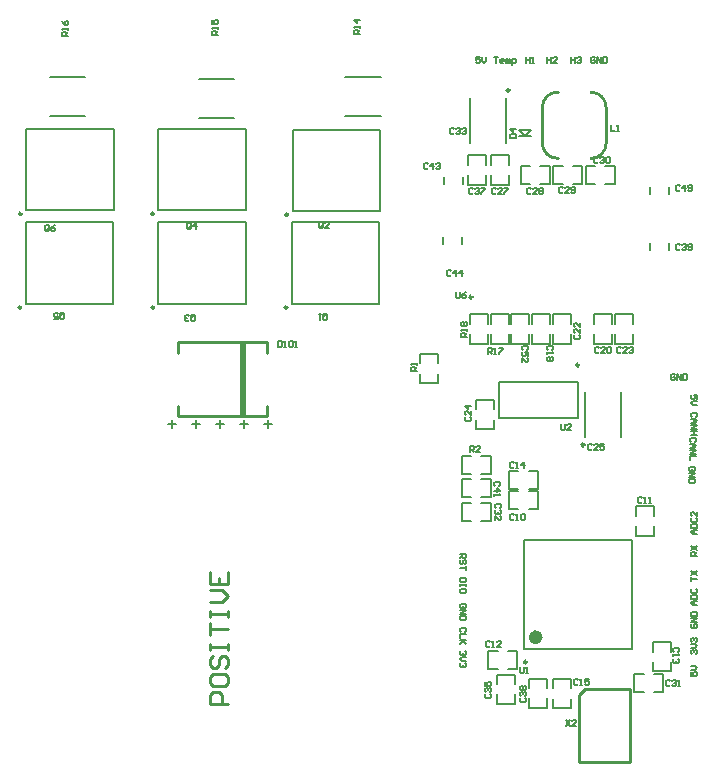
<source format=gto>
G04*
G04 #@! TF.GenerationSoftware,Altium Limited,Altium Designer,19.1.8 (144)*
G04*
G04 Layer_Color=65535*
%FSLAX25Y25*%
%MOIN*%
G70*
G01*
G75*
%ADD10C,0.01000*%
%ADD11C,0.00984*%
%ADD12C,0.02362*%
%ADD13C,0.00787*%
%ADD14C,0.00700*%
%ADD15C,0.00500*%
%ADD16R,0.01968X0.25197*%
D10*
X-226378Y-53150D02*
G03*
X-226378Y-53150I-394J0D01*
G01*
X-226575Y-84350D02*
G03*
X-226575Y-84350I-394J0D01*
G01*
X-182283Y-53150D02*
G03*
X-182283Y-53150I-394J0D01*
G01*
X-182283Y-84350D02*
G03*
X-182283Y-84350I-394J0D01*
G01*
X-137598Y-53445D02*
G03*
X-137598Y-53445I-394J0D01*
G01*
X-137795Y-84350D02*
G03*
X-137795Y-84350I-394J0D01*
G01*
X-52756Y-29646D02*
G03*
X-47756Y-34646I5000J0D01*
G01*
Y-12598D02*
G03*
X-52756Y-17598I0J-5000D01*
G01*
X-36496Y-34646D02*
G03*
X-31496Y-29646I0J5000D01*
G01*
Y-17598D02*
G03*
X-36496Y-12598I-5000J0D01*
G01*
X-23622Y-235827D02*
Y-211417D01*
X-40551Y-235827D02*
X-23622D01*
X-40551D02*
Y-213386D01*
X-38583Y-211417D01*
X-23622D01*
X-47756Y-34646D02*
X-47638D01*
X-52756Y-29646D02*
Y-17598D01*
X-47756Y-12598D02*
X-47638D01*
X-36614Y-34646D02*
X-36496D01*
X-31496Y-29646D02*
Y-17598D01*
X-36614Y-12598D02*
X-36496D01*
X-144685Y-120512D02*
Y-117126D01*
X-174213Y-120512D02*
X-144685D01*
X-174213D02*
Y-117126D01*
X-144685Y-99410D02*
Y-96024D01*
X-174213D02*
X-144685D01*
X-174213Y-99410D02*
Y-96024D01*
X-157480Y-216535D02*
X-163478D01*
Y-213536D01*
X-162479Y-212537D01*
X-160479D01*
X-159480Y-213536D01*
Y-216535D01*
X-163478Y-207538D02*
Y-209538D01*
X-162479Y-210537D01*
X-158480D01*
X-157480Y-209538D01*
Y-207538D01*
X-158480Y-206539D01*
X-162479D01*
X-163478Y-207538D01*
X-162479Y-200541D02*
X-163478Y-201540D01*
Y-203540D01*
X-162479Y-204539D01*
X-161479D01*
X-160479Y-203540D01*
Y-201540D01*
X-159480Y-200541D01*
X-158480D01*
X-157480Y-201540D01*
Y-203540D01*
X-158480Y-204539D01*
X-163478Y-198541D02*
Y-196542D01*
Y-197542D01*
X-157480D01*
Y-198541D01*
Y-196542D01*
X-163478Y-193543D02*
Y-189544D01*
Y-191543D01*
X-157480D01*
X-163478Y-187545D02*
Y-185546D01*
Y-186545D01*
X-157480D01*
Y-187545D01*
Y-185546D01*
X-163478Y-182546D02*
X-159480D01*
X-157480Y-180547D01*
X-159480Y-178548D01*
X-163478D01*
Y-172550D02*
Y-176548D01*
X-157480D01*
Y-172550D01*
X-160479Y-176548D02*
Y-174549D01*
D11*
X-76083Y-80905D02*
G03*
X-76083Y-80905I-492J0D01*
G01*
X-40453Y-103543D02*
G03*
X-40453Y-103543I-492J0D01*
G01*
X-63681Y-12008D02*
G03*
X-63681Y-12008I-492J0D01*
G01*
X-38681Y-130118D02*
G03*
X-38681Y-130118I-492J0D01*
G01*
X-57874Y-202559D02*
G03*
X-57874Y-202559I-492J0D01*
G01*
D12*
X-53839Y-194291D02*
G03*
X-53839Y-194291I-1181J0D01*
G01*
D13*
X-16929Y-65354D02*
Y-62992D01*
X-10630Y-65354D02*
Y-62992D01*
X-118504Y-7677D02*
X-106693D01*
X-118504Y-20669D02*
X-106693D01*
X-167323Y-21063D02*
X-155512D01*
X-167323Y-8071D02*
X-155512D01*
X-216929Y-7677D02*
X-205118D01*
X-216929Y-20669D02*
X-205118D01*
X-67323Y-109055D02*
X-40945D01*
X-67323Y-121260D02*
X-40945D01*
Y-109055D01*
X-67323Y-121260D02*
Y-109055D01*
X-64961Y-29528D02*
Y-14567D01*
X-76772Y-29528D02*
Y-14567D01*
X-38386Y-127559D02*
Y-112598D01*
X-26575Y-127559D02*
Y-112598D01*
X-22736Y-198228D02*
Y-162008D01*
X-58957Y-198228D02*
Y-162008D01*
X-22736D01*
X-58957Y-198228D02*
X-22736D01*
X-10630Y-46457D02*
Y-44094D01*
X-16929Y-46457D02*
Y-44094D01*
X-79528Y-63189D02*
Y-60827D01*
X-85827Y-63189D02*
Y-60827D01*
X-85433Y-43307D02*
Y-40945D01*
X-79134Y-43307D02*
Y-40945D01*
D14*
X-224803Y-24803D02*
X-195669D01*
Y-51968D02*
Y-24803D01*
X-224803Y-51968D02*
X-195669D01*
X-224803D02*
Y-24803D01*
X-225000Y-56004D02*
X-195866D01*
Y-83169D02*
Y-56004D01*
X-225000Y-83169D02*
X-195866D01*
X-225000D02*
Y-56004D01*
X-180709Y-24803D02*
X-151575D01*
Y-51968D02*
Y-24803D01*
X-180709Y-51968D02*
X-151575D01*
X-180709D02*
Y-24803D01*
X-180709Y-56004D02*
X-151575D01*
Y-83169D02*
Y-56004D01*
X-180709Y-83169D02*
X-151575D01*
X-180709D02*
Y-56004D01*
X-136024Y-25098D02*
X-106890D01*
Y-52264D02*
Y-25098D01*
X-136024Y-52264D02*
X-106890D01*
X-136024D02*
Y-25098D01*
X-136221Y-56004D02*
X-107087D01*
Y-83169D02*
Y-56004D01*
X-136221Y-83169D02*
X-107087D01*
X-136221D02*
Y-56004D01*
X-77409Y-43483D02*
X-71409D01*
X-77409Y-33683D02*
X-71409D01*
Y-36843D02*
Y-33683D01*
X-77409Y-36843D02*
Y-33683D01*
Y-43483D02*
Y-40293D01*
X-71409Y-43483D02*
Y-40293D01*
X-76819Y-89825D02*
Y-86635D01*
X-70819Y-89825D02*
Y-86635D01*
Y-96435D02*
Y-93275D01*
X-76819Y-96435D02*
Y-93275D01*
Y-96435D02*
X-70819D01*
X-76819Y-86635D02*
X-70819D01*
X-63929Y-96435D02*
Y-93245D01*
X-69929Y-96435D02*
Y-93245D01*
Y-89795D02*
Y-86635D01*
X-63929Y-89795D02*
Y-86635D01*
X-69929D02*
X-63929D01*
X-69929Y-96435D02*
X-63929D01*
X-73093Y-133811D02*
X-69903D01*
X-73093Y-139811D02*
X-69903D01*
X-79703D02*
X-76543D01*
X-79703Y-133811D02*
X-76543D01*
X-79703Y-139811D02*
Y-133811D01*
X-69903Y-139811D02*
Y-133811D01*
X-93551Y-103014D02*
Y-99824D01*
X-87551Y-103014D02*
Y-99824D01*
Y-109624D02*
Y-106464D01*
X-93551Y-109624D02*
Y-106464D01*
Y-109624D02*
X-87551D01*
X-93551Y-99824D02*
X-87551D01*
X-63039Y-89825D02*
Y-86635D01*
X-57039Y-89825D02*
Y-86635D01*
Y-96435D02*
Y-93275D01*
X-63039Y-96435D02*
Y-93275D01*
Y-96435D02*
X-57039D01*
X-63039Y-86635D02*
X-57039D01*
X-73093Y-141685D02*
X-69903D01*
X-73093Y-147685D02*
X-69903D01*
X-79703D02*
X-76543D01*
X-79703Y-141685D02*
X-76543D01*
X-79703Y-147685D02*
Y-141685D01*
X-69903Y-147685D02*
Y-141685D01*
X-51331Y-217892D02*
Y-214702D01*
X-57331Y-217892D02*
Y-214702D01*
Y-211252D02*
Y-208092D01*
X-51331Y-211252D02*
Y-208092D01*
X-57331D02*
X-51331D01*
X-57331Y-217892D02*
X-51331D01*
X-67961Y-209904D02*
Y-206714D01*
X-61961Y-209904D02*
Y-206714D01*
Y-216514D02*
Y-213354D01*
X-67961Y-216514D02*
Y-213354D01*
Y-216514D02*
X-61961D01*
X-67961Y-206714D02*
X-61961D01*
X-79703Y-155559D02*
X-76513D01*
X-79703Y-149559D02*
X-76513D01*
X-73063D02*
X-69903D01*
X-73063Y-155559D02*
X-69903D01*
Y-149559D01*
X-79703Y-155559D02*
Y-149559D01*
X-22223Y-212449D02*
X-19033D01*
X-22223Y-206449D02*
X-19033D01*
X-15583D02*
X-12423D01*
X-15583Y-212449D02*
X-12423D01*
Y-206449D01*
X-22223Y-212449D02*
Y-206449D01*
X-31755Y-37354D02*
X-28565D01*
X-31755Y-43354D02*
X-28565D01*
X-38365D02*
X-35205D01*
X-38365Y-37354D02*
X-35205D01*
X-38365Y-43354D02*
Y-37354D01*
X-28565Y-43354D02*
Y-37354D01*
X-42581D02*
X-39391D01*
X-42581Y-43354D02*
X-39391D01*
X-49191D02*
X-46031D01*
X-49191Y-37354D02*
X-46031D01*
X-49191Y-43354D02*
Y-37354D01*
X-39391Y-43354D02*
Y-37354D01*
X-53408D02*
X-50218D01*
X-53408Y-43354D02*
X-50218D01*
X-60018D02*
X-56858D01*
X-60018Y-37354D02*
X-56858D01*
X-60018Y-43354D02*
Y-37354D01*
X-50218Y-43354D02*
Y-37354D01*
X-69929Y-36873D02*
Y-33683D01*
X-63929Y-36873D02*
Y-33683D01*
Y-43483D02*
Y-40323D01*
X-69929Y-43483D02*
Y-40323D01*
Y-43483D02*
X-63929D01*
X-69929Y-33683D02*
X-63929D01*
X-74850Y-118369D02*
Y-115179D01*
X-68850Y-118369D02*
Y-115179D01*
Y-124979D02*
Y-121819D01*
X-74850Y-124979D02*
Y-121819D01*
Y-124979D02*
X-68850D01*
X-74850Y-115179D02*
X-68850D01*
X-28591Y-89825D02*
Y-86635D01*
X-22591Y-89825D02*
Y-86635D01*
Y-96435D02*
Y-93275D01*
X-28591Y-96435D02*
Y-93275D01*
Y-96435D02*
X-22591D01*
X-28591Y-86635D02*
X-22591D01*
X-49260Y-89825D02*
Y-86635D01*
X-43260Y-89825D02*
Y-86635D01*
Y-96435D02*
Y-93275D01*
X-49260Y-96435D02*
Y-93275D01*
Y-96435D02*
X-43260D01*
X-49260Y-86635D02*
X-43260D01*
X-35480Y-89825D02*
Y-86635D01*
X-29480Y-89825D02*
Y-86635D01*
Y-96435D02*
Y-93275D01*
X-35480Y-96435D02*
Y-93275D01*
Y-96435D02*
X-29480D01*
X-35480Y-86635D02*
X-29480D01*
X-50150Y-96435D02*
Y-93245D01*
X-56150Y-96435D02*
Y-93245D01*
Y-89795D02*
Y-86635D01*
X-50150Y-89795D02*
Y-86635D01*
X-56150D02*
X-50150D01*
X-56150Y-96435D02*
X-50150D01*
X-49063Y-211282D02*
Y-208092D01*
X-43063Y-211282D02*
Y-208092D01*
Y-217892D02*
Y-214732D01*
X-49063Y-217892D02*
Y-214732D01*
Y-217892D02*
X-43063D01*
X-49063Y-208092D02*
X-43063D01*
X-57345Y-138732D02*
X-54155D01*
X-57345Y-144732D02*
X-54155D01*
X-63955D02*
X-60795D01*
X-63955Y-138732D02*
X-60795D01*
X-63955Y-144732D02*
Y-138732D01*
X-54155Y-144732D02*
Y-138732D01*
X-9992Y-205687D02*
Y-202497D01*
X-15992Y-205687D02*
Y-202497D01*
Y-199047D02*
Y-195887D01*
X-9992Y-199047D02*
Y-195887D01*
X-15992D02*
X-9992D01*
X-15992Y-205687D02*
X-9992D01*
X-64235Y-198772D02*
X-61045D01*
X-64235Y-204772D02*
X-61045D01*
X-70845D02*
X-67685D01*
X-70845Y-198772D02*
X-67685D01*
X-70845Y-204772D02*
Y-198772D01*
X-61045Y-204772D02*
Y-198772D01*
X-15701Y-160412D02*
Y-157222D01*
X-21701Y-157222D02*
X-21701Y-160412D01*
Y-153772D02*
Y-150612D01*
X-15701Y-153772D02*
Y-150612D01*
X-21701D02*
X-15701D01*
X-21701Y-160412D02*
X-15701D01*
X-57345Y-145622D02*
X-54155D01*
X-57345Y-151622D02*
X-54155D01*
X-63955D02*
X-60795D01*
X-63955Y-145622D02*
X-60795D01*
X-63955Y-151622D02*
Y-145622D01*
X-54155Y-151622D02*
Y-145622D01*
X-60630Y-25197D02*
X-58661Y-27165D01*
X-60630Y-25197D02*
X-56693D01*
X-58661Y-27165D02*
X-56693Y-25197D01*
X-60630Y-27165D02*
X-56693D01*
X-177559Y-123197D02*
X-174893D01*
X-176226Y-121865D02*
Y-124530D01*
X-169562Y-123197D02*
X-166896D01*
X-168229Y-121865D02*
Y-124530D01*
X-161564Y-123197D02*
X-158898D01*
X-160231Y-121865D02*
Y-124530D01*
X-153567Y-123197D02*
X-150901D01*
X-152234Y-121865D02*
Y-124530D01*
X-145569Y-123197D02*
X-142904D01*
X-144237Y-121865D02*
Y-124530D01*
D15*
X-1240Y-114824D02*
Y-113491D01*
X-2240D01*
X-1907Y-114158D01*
Y-114491D01*
X-2240Y-114824D01*
X-2906D01*
X-3240Y-114491D01*
Y-113825D01*
X-2906Y-113491D01*
X-1240Y-115491D02*
X-2573D01*
X-3240Y-116157D01*
X-2573Y-116824D01*
X-1240D01*
X-1574Y-120730D02*
X-1240Y-120397D01*
Y-119730D01*
X-1574Y-119397D01*
X-2906D01*
X-3240Y-119730D01*
Y-120397D01*
X-2906Y-120730D01*
X-3240Y-121396D02*
X-1907D01*
X-1240Y-122063D01*
X-1907Y-122729D01*
X-3240D01*
X-2240D01*
Y-121396D01*
X-3240Y-123396D02*
X-1240D01*
X-3240Y-124729D01*
X-1240D01*
Y-125395D02*
X-3240D01*
X-2240D01*
Y-126728D01*
X-1240D01*
X-3240D01*
X-1877Y-129286D02*
X-1544Y-128952D01*
Y-128286D01*
X-1877Y-127953D01*
X-3210D01*
X-3543Y-128286D01*
Y-128952D01*
X-3210Y-129286D01*
X-3543Y-129952D02*
X-2210D01*
X-1544Y-130619D01*
X-2210Y-131285D01*
X-3543D01*
X-2544D01*
Y-129952D01*
X-3543Y-131951D02*
X-1544D01*
X-3543Y-133284D01*
X-1544D01*
Y-133951D02*
X-3543D01*
Y-135284D01*
X-2073Y-138931D02*
X-1740Y-138597D01*
Y-137931D01*
X-2073Y-137598D01*
X-3407D01*
X-3740Y-137931D01*
Y-138597D01*
X-3407Y-138931D01*
X-2740D01*
Y-138264D01*
X-3740Y-139597D02*
X-1740D01*
X-3740Y-140930D01*
X-1740D01*
Y-141596D02*
X-3740D01*
Y-142596D01*
X-3407Y-142929D01*
X-2073D01*
X-1740Y-142596D01*
Y-141596D01*
X-78648Y-199015D02*
X-78315Y-199348D01*
Y-200015D01*
X-78648Y-200348D01*
X-78982D01*
X-79315Y-200015D01*
Y-199681D01*
Y-200015D01*
X-79648Y-200348D01*
X-79981D01*
X-80314Y-200015D01*
Y-199348D01*
X-79981Y-199015D01*
X-78315Y-201014D02*
X-79648D01*
X-80314Y-201681D01*
X-79648Y-202347D01*
X-78315D01*
X-78648Y-203014D02*
X-78315Y-203347D01*
Y-204013D01*
X-78648Y-204347D01*
X-78982D01*
X-79315Y-204013D01*
Y-203680D01*
Y-204013D01*
X-79648Y-204347D01*
X-79981D01*
X-80314Y-204013D01*
Y-203347D01*
X-79981Y-203014D01*
X-78648Y-184600D02*
X-78315Y-184267D01*
Y-183600D01*
X-78648Y-183267D01*
X-79981D01*
X-80314Y-183600D01*
Y-184267D01*
X-79981Y-184600D01*
X-79315D01*
Y-183933D01*
X-80314Y-185266D02*
X-78315D01*
X-80314Y-186599D01*
X-78315D01*
Y-187266D02*
X-80314D01*
Y-188265D01*
X-79981Y-188599D01*
X-78648D01*
X-78315Y-188265D01*
Y-187266D01*
X-78648Y-192474D02*
X-78315Y-192141D01*
Y-191474D01*
X-78648Y-191141D01*
X-79981D01*
X-80314Y-191474D01*
Y-192141D01*
X-79981Y-192474D01*
X-78315Y-193140D02*
X-80314D01*
Y-194473D01*
X-78315Y-195140D02*
X-80314D01*
X-79648D01*
X-78315Y-196473D01*
X-79315Y-195473D01*
X-80314Y-196473D01*
X-78315Y-174409D02*
X-80314D01*
Y-175408D01*
X-79981Y-175742D01*
X-78648D01*
X-78315Y-175408D01*
Y-174409D01*
Y-176408D02*
Y-177075D01*
Y-176741D01*
X-80314D01*
Y-176408D01*
Y-177075D01*
X-78315Y-179074D02*
Y-178407D01*
X-78648Y-178074D01*
X-79981D01*
X-80314Y-178407D01*
Y-179074D01*
X-79981Y-179407D01*
X-78648D01*
X-78315Y-179074D01*
X-80314Y-166535D02*
X-78315D01*
Y-167534D01*
X-78648Y-167868D01*
X-79315D01*
X-79648Y-167534D01*
Y-166535D01*
Y-167201D02*
X-80314Y-167868D01*
X-78648Y-169867D02*
X-78315Y-169534D01*
Y-168867D01*
X-78648Y-168534D01*
X-78982D01*
X-79315Y-168867D01*
Y-169534D01*
X-79648Y-169867D01*
X-79981D01*
X-80314Y-169534D01*
Y-168867D01*
X-79981Y-168534D01*
X-78315Y-170533D02*
Y-171866D01*
Y-171200D01*
X-80314D01*
X-3181Y-205754D02*
Y-207087D01*
X-2181D01*
X-2514Y-206420D01*
Y-206087D01*
X-2181Y-205754D01*
X-1514D01*
X-1181Y-206087D01*
Y-206753D01*
X-1514Y-207087D01*
X-3181Y-205087D02*
X-1848D01*
X-1181Y-204421D01*
X-1848Y-203754D01*
X-3181D01*
X-2847Y-200000D02*
X-3181Y-199667D01*
Y-199000D01*
X-2847Y-198667D01*
X-2514D01*
X-2181Y-199000D01*
Y-199334D01*
Y-199000D01*
X-1848Y-198667D01*
X-1514D01*
X-1181Y-199000D01*
Y-199667D01*
X-1514Y-200000D01*
X-3181Y-198001D02*
X-1848D01*
X-1181Y-197334D01*
X-1848Y-196668D01*
X-3181D01*
X-2847Y-196001D02*
X-3181Y-195668D01*
Y-195002D01*
X-2847Y-194668D01*
X-2514D01*
X-2181Y-195002D01*
Y-195335D01*
Y-195002D01*
X-1848Y-194668D01*
X-1514D01*
X-1181Y-195002D01*
Y-195668D01*
X-1514Y-196001D01*
X-2847Y-190006D02*
X-3181Y-190339D01*
Y-191005D01*
X-2847Y-191339D01*
X-1514D01*
X-1181Y-191005D01*
Y-190339D01*
X-1514Y-190006D01*
X-2181D01*
Y-190672D01*
X-1181Y-189339D02*
X-3181D01*
X-1181Y-188006D01*
X-3181D01*
Y-187340D02*
X-1181D01*
Y-186340D01*
X-1514Y-186007D01*
X-2847D01*
X-3181Y-186340D01*
Y-187340D01*
X-1181Y-183465D02*
X-2514D01*
X-3181Y-182798D01*
X-2514Y-182132D01*
X-1181D01*
X-2181D01*
Y-183465D01*
X-3181Y-181465D02*
X-1181D01*
Y-180465D01*
X-1514Y-180132D01*
X-2847D01*
X-3181Y-180465D01*
Y-181465D01*
X-2847Y-178133D02*
X-3181Y-178466D01*
Y-179133D01*
X-2847Y-179466D01*
X-1514D01*
X-1181Y-179133D01*
Y-178466D01*
X-1514Y-178133D01*
X-1181Y-167323D02*
X-3181D01*
Y-166323D01*
X-2847Y-165990D01*
X-2181D01*
X-1848Y-166323D01*
Y-167323D01*
Y-166656D02*
X-1181Y-165990D01*
X-3181Y-165323D02*
X-1181Y-163991D01*
X-3181D02*
X-1181Y-165323D01*
X-3181Y-175591D02*
Y-174258D01*
Y-174924D01*
X-1181D01*
X-3181Y-173591D02*
X-1181Y-172258D01*
X-3181D02*
X-1181Y-173591D01*
Y-159843D02*
X-2514D01*
X-3181Y-159176D01*
X-2514Y-158510D01*
X-1181D01*
X-2181D01*
Y-159843D01*
X-3181Y-157843D02*
X-1181D01*
Y-156843D01*
X-1514Y-156510D01*
X-2847D01*
X-3181Y-156843D01*
Y-157843D01*
X-2847Y-154511D02*
X-3181Y-154844D01*
Y-155511D01*
X-2847Y-155844D01*
X-1514D01*
X-1181Y-155511D01*
Y-154844D01*
X-1514Y-154511D01*
X-1181Y-152512D02*
Y-153844D01*
X-2514Y-152512D01*
X-2847D01*
X-3181Y-152845D01*
Y-153511D01*
X-2847Y-153844D01*
X-35084Y-1286D02*
X-35417Y-953D01*
X-36084D01*
X-36417Y-1286D01*
Y-2619D01*
X-36084Y-2952D01*
X-35417D01*
X-35084Y-2619D01*
Y-1952D01*
X-35750D01*
X-34418Y-2952D02*
Y-953D01*
X-33085Y-2952D01*
Y-953D01*
X-32418D02*
Y-2952D01*
X-31418D01*
X-31085Y-2619D01*
Y-1286D01*
X-31418Y-953D01*
X-32418D01*
X-73470Y-953D02*
X-74803D01*
Y-1953D01*
X-74137Y-1620D01*
X-73804D01*
X-73470Y-1953D01*
Y-2620D01*
X-73804Y-2953D01*
X-74470D01*
X-74803Y-2620D01*
X-72804Y-953D02*
Y-2286D01*
X-72137Y-2953D01*
X-71471Y-2286D01*
Y-953D01*
X-51181Y-953D02*
Y-2952D01*
Y-1952D01*
X-49848D01*
Y-953D01*
Y-2952D01*
X-47848D02*
X-49181D01*
X-47848Y-1619D01*
Y-1286D01*
X-48182Y-953D01*
X-48848D01*
X-49181Y-1286D01*
X-43307Y-953D02*
Y-2952D01*
Y-1952D01*
X-41974D01*
Y-953D01*
Y-2952D01*
X-41307Y-1286D02*
X-40974Y-953D01*
X-40308D01*
X-39974Y-1286D01*
Y-1619D01*
X-40308Y-1952D01*
X-40641D01*
X-40308D01*
X-39974Y-2286D01*
Y-2619D01*
X-40308Y-2952D01*
X-40974D01*
X-41307Y-2619D01*
X-58070Y-953D02*
Y-2952D01*
Y-1952D01*
X-56738D01*
Y-953D01*
Y-2952D01*
X-56071D02*
X-55405D01*
X-55738D01*
Y-953D01*
X-56071Y-1286D01*
X-68897Y-953D02*
X-67564D01*
X-68231D01*
Y-2952D01*
X-65898D02*
X-66565D01*
X-66898Y-2619D01*
Y-1952D01*
X-66565Y-1619D01*
X-65898D01*
X-65565Y-1952D01*
Y-2286D01*
X-66898D01*
X-64898Y-2952D02*
Y-1619D01*
X-64565D01*
X-64232Y-1952D01*
Y-2952D01*
Y-1952D01*
X-63899Y-1619D01*
X-63565Y-1952D01*
Y-2952D01*
X-62899Y-3618D02*
Y-1619D01*
X-61899D01*
X-61566Y-1952D01*
Y-2619D01*
X-61899Y-2952D01*
X-62899D01*
X-8510Y-106995D02*
X-8843Y-106662D01*
X-9509D01*
X-9843Y-106995D01*
Y-108328D01*
X-9509Y-108661D01*
X-8843D01*
X-8510Y-108328D01*
Y-107662D01*
X-9176D01*
X-7843Y-108661D02*
Y-106662D01*
X-6510Y-108661D01*
Y-106662D01*
X-5844D02*
Y-108661D01*
X-4844D01*
X-4511Y-108328D01*
Y-106995D01*
X-4844Y-106662D01*
X-5844D01*
X-6773Y-63688D02*
X-7107Y-63355D01*
X-7773D01*
X-8106Y-63688D01*
Y-65021D01*
X-7773Y-65354D01*
X-7107D01*
X-6773Y-65021D01*
X-6107Y-63688D02*
X-5774Y-63355D01*
X-5107D01*
X-4774Y-63688D01*
Y-64021D01*
X-5107Y-64355D01*
X-5441D01*
X-5107D01*
X-4774Y-64688D01*
Y-65021D01*
X-5107Y-65354D01*
X-5774D01*
X-6107Y-65021D01*
X-4108D02*
X-3774Y-65354D01*
X-3108D01*
X-2775Y-65021D01*
Y-63688D01*
X-3108Y-63355D01*
X-3774D01*
X-4108Y-63688D01*
Y-64021D01*
X-3774Y-64355D01*
X-2775D01*
X-75832Y-44791D02*
X-76166Y-44457D01*
X-76832D01*
X-77165Y-44791D01*
Y-46123D01*
X-76832Y-46457D01*
X-76166D01*
X-75832Y-46123D01*
X-75166Y-44791D02*
X-74833Y-44457D01*
X-74166D01*
X-73833Y-44791D01*
Y-45124D01*
X-74166Y-45457D01*
X-74499D01*
X-74166D01*
X-73833Y-45790D01*
Y-46123D01*
X-74166Y-46457D01*
X-74833D01*
X-75166Y-46123D01*
X-73167Y-44457D02*
X-71834D01*
Y-44791D01*
X-73167Y-46123D01*
Y-46457D01*
X-81496Y-79103D02*
Y-80769D01*
X-81163Y-81102D01*
X-80496D01*
X-80163Y-80769D01*
Y-79103D01*
X-78164D02*
X-78830Y-79436D01*
X-79497Y-80103D01*
Y-80769D01*
X-79163Y-81102D01*
X-78497D01*
X-78164Y-80769D01*
Y-80436D01*
X-78497Y-80103D01*
X-79497D01*
X-217171Y-58525D02*
Y-57192D01*
X-217504Y-56859D01*
X-218171D01*
X-218504Y-57192D01*
Y-58525D01*
X-218171Y-58858D01*
X-217504D01*
X-217838Y-58192D02*
X-217171Y-58858D01*
X-217504D02*
X-217171Y-58525D01*
X-215172Y-56859D02*
X-215838Y-57192D01*
X-216505Y-57859D01*
Y-58525D01*
X-216171Y-58858D01*
X-215505D01*
X-215172Y-58525D01*
Y-58192D01*
X-215505Y-57859D01*
X-216505D01*
X-213538Y-86455D02*
Y-87788D01*
X-213204Y-88121D01*
X-212538D01*
X-212205Y-87788D01*
Y-86455D01*
X-212538Y-86122D01*
X-213204D01*
X-212871Y-86788D02*
X-213538Y-86122D01*
X-213204D02*
X-213538Y-86455D01*
X-215537Y-88121D02*
X-214204D01*
Y-87122D01*
X-214871Y-87455D01*
X-215204D01*
X-215537Y-87122D01*
Y-86455D01*
X-215204Y-86122D01*
X-214537D01*
X-214204Y-86455D01*
X-169927Y-57738D02*
Y-56405D01*
X-170260Y-56072D01*
X-170927D01*
X-171260Y-56405D01*
Y-57738D01*
X-170927Y-58071D01*
X-170260D01*
X-170593Y-57404D02*
X-169927Y-58071D01*
X-170260D02*
X-169927Y-57738D01*
X-168261Y-58071D02*
Y-56072D01*
X-169261Y-57071D01*
X-167928D01*
X-170034Y-87243D02*
Y-88576D01*
X-169701Y-88909D01*
X-169034D01*
X-168701Y-88576D01*
Y-87243D01*
X-169034Y-86910D01*
X-169701D01*
X-169367Y-87576D02*
X-170034Y-86910D01*
X-169701D02*
X-170034Y-87243D01*
X-170700Y-88576D02*
X-171033Y-88909D01*
X-171700D01*
X-172033Y-88576D01*
Y-88242D01*
X-171700Y-87909D01*
X-171367D01*
X-171700D01*
X-172033Y-87576D01*
Y-87243D01*
X-171700Y-86910D01*
X-171033D01*
X-170700Y-87243D01*
X-126029Y-57639D02*
Y-56306D01*
X-126363Y-55973D01*
X-127029D01*
X-127362Y-56306D01*
Y-57639D01*
X-127029Y-57972D01*
X-126363D01*
X-126696Y-57306D02*
X-126029Y-57972D01*
X-126363D02*
X-126029Y-57639D01*
X-124030Y-57972D02*
X-125363D01*
X-124030Y-56639D01*
Y-56306D01*
X-124363Y-55973D01*
X-125030D01*
X-125363Y-56306D01*
X-125939Y-86849D02*
Y-88182D01*
X-125606Y-88515D01*
X-124940D01*
X-124606Y-88182D01*
Y-86849D01*
X-124940Y-86516D01*
X-125606D01*
X-125273Y-87182D02*
X-125939Y-86516D01*
X-125606D02*
X-125939Y-86849D01*
X-126606Y-86516D02*
X-127272D01*
X-126939D01*
Y-88515D01*
X-126606Y-88182D01*
X-46457Y-123197D02*
Y-124864D01*
X-46123Y-125197D01*
X-45457D01*
X-45124Y-124864D01*
Y-123197D01*
X-43124Y-125197D02*
X-44457D01*
X-43124Y-123864D01*
Y-123531D01*
X-43458Y-123197D01*
X-44124D01*
X-44457Y-123531D01*
X-82328Y-24712D02*
X-82662Y-24379D01*
X-83328D01*
X-83661Y-24712D01*
Y-26045D01*
X-83328Y-26378D01*
X-82662D01*
X-82328Y-26045D01*
X-81662Y-24712D02*
X-81329Y-24379D01*
X-80662D01*
X-80329Y-24712D01*
Y-25045D01*
X-80662Y-25378D01*
X-80996D01*
X-80662D01*
X-80329Y-25712D01*
Y-26045D01*
X-80662Y-26378D01*
X-81329D01*
X-81662Y-26045D01*
X-79663Y-24712D02*
X-79330Y-24379D01*
X-78663D01*
X-78330Y-24712D01*
Y-25045D01*
X-78663Y-25378D01*
X-78996D01*
X-78663D01*
X-78330Y-25712D01*
Y-26045D01*
X-78663Y-26378D01*
X-79330D01*
X-79663Y-26045D01*
X-36069Y-130224D02*
X-36402Y-129890D01*
X-37068D01*
X-37402Y-130224D01*
Y-131556D01*
X-37068Y-131890D01*
X-36402D01*
X-36069Y-131556D01*
X-34069Y-131890D02*
X-35402D01*
X-34069Y-130557D01*
Y-130224D01*
X-34402Y-129890D01*
X-35069D01*
X-35402Y-130224D01*
X-32070Y-129890D02*
X-33403D01*
Y-130890D01*
X-32736Y-130557D01*
X-32403D01*
X-32070Y-130890D01*
Y-131556D01*
X-32403Y-131890D01*
X-33070D01*
X-33403Y-131556D01*
X-44882Y-222016D02*
X-43549Y-224016D01*
Y-222016D02*
X-44882Y-224016D01*
X-41550D02*
X-42882D01*
X-41550Y-222683D01*
Y-222350D01*
X-41883Y-222016D01*
X-42549D01*
X-42882Y-222350D01*
X-60236Y-204300D02*
Y-205966D01*
X-59903Y-206299D01*
X-59237D01*
X-58903Y-205966D01*
Y-204300D01*
X-58237Y-206299D02*
X-57570D01*
X-57904D01*
Y-204300D01*
X-58237Y-204633D01*
X-77953Y-94095D02*
X-79952D01*
Y-93095D01*
X-79619Y-92762D01*
X-78952D01*
X-78619Y-93095D01*
Y-94095D01*
Y-93428D02*
X-77953Y-92762D01*
Y-92095D02*
Y-91429D01*
Y-91762D01*
X-79952D01*
X-79619Y-92095D01*
Y-90429D02*
X-79952Y-90096D01*
Y-89429D01*
X-79619Y-89096D01*
X-79286D01*
X-78952Y-89429D01*
X-78619Y-89096D01*
X-78286D01*
X-77953Y-89429D01*
Y-90096D01*
X-78286Y-90429D01*
X-78619D01*
X-78952Y-90096D01*
X-79286Y-90429D01*
X-79619D01*
X-78952Y-90096D02*
Y-89429D01*
X-70866Y-100000D02*
Y-98001D01*
X-69867D01*
X-69533Y-98334D01*
Y-99000D01*
X-69867Y-99334D01*
X-70866D01*
X-70200D02*
X-69533Y-100000D01*
X-68867D02*
X-68200D01*
X-68534D01*
Y-98001D01*
X-68867Y-98334D01*
X-67201Y-98001D02*
X-65868D01*
Y-98334D01*
X-67201Y-99667D01*
Y-100000D01*
X-76772Y-132677D02*
Y-130678D01*
X-75772D01*
X-75439Y-131011D01*
Y-131677D01*
X-75772Y-132011D01*
X-76772D01*
X-76105D02*
X-75439Y-132677D01*
X-73439D02*
X-74772D01*
X-73439Y-131344D01*
Y-131011D01*
X-73773Y-130678D01*
X-74439D01*
X-74772Y-131011D01*
X-94488Y-105512D02*
X-96487D01*
Y-104512D01*
X-96154Y-104179D01*
X-95488D01*
X-95155Y-104512D01*
Y-105512D01*
Y-104845D02*
X-94488Y-104179D01*
Y-103513D02*
Y-102846D01*
Y-103179D01*
X-96487D01*
X-96154Y-103513D01*
X-29921Y-23591D02*
Y-25591D01*
X-28588D01*
X-27922D02*
X-27255D01*
X-27589D01*
Y-23591D01*
X-27922Y-23924D01*
X-57783Y-98577D02*
X-57450Y-98244D01*
Y-97577D01*
X-57783Y-97244D01*
X-59116D01*
X-59449Y-97577D01*
Y-98244D01*
X-59116Y-98577D01*
X-57450Y-100576D02*
Y-99243D01*
X-58449D01*
X-58116Y-99910D01*
Y-100243D01*
X-58449Y-100576D01*
X-59116D01*
X-59449Y-100243D01*
Y-99577D01*
X-59116Y-99243D01*
X-59449Y-102576D02*
Y-101243D01*
X-58116Y-102576D01*
X-57783D01*
X-57450Y-102243D01*
Y-101576D01*
X-57783Y-101243D01*
X-6935Y-44003D02*
X-7268Y-43670D01*
X-7935D01*
X-8268Y-44003D01*
Y-45336D01*
X-7935Y-45669D01*
X-7268D01*
X-6935Y-45336D01*
X-5269Y-45669D02*
Y-43670D01*
X-6268Y-44670D01*
X-4936D01*
X-4269Y-45336D02*
X-3936Y-45669D01*
X-3269D01*
X-2936Y-45336D01*
Y-44003D01*
X-3269Y-43670D01*
X-3936D01*
X-4269Y-44003D01*
Y-44336D01*
X-3936Y-44670D01*
X-2936D01*
X-83313Y-72153D02*
X-83646Y-71820D01*
X-84312D01*
X-84646Y-72153D01*
Y-73486D01*
X-84312Y-73819D01*
X-83646D01*
X-83313Y-73486D01*
X-81647Y-73819D02*
Y-71820D01*
X-82646Y-72819D01*
X-81313D01*
X-79647Y-73819D02*
Y-71820D01*
X-80647Y-72819D01*
X-79314D01*
X-90793Y-36523D02*
X-91126Y-36190D01*
X-91793D01*
X-92126Y-36523D01*
Y-37856D01*
X-91793Y-38189D01*
X-91126D01*
X-90793Y-37856D01*
X-89127Y-38189D02*
Y-36190D01*
X-90127Y-37189D01*
X-88794D01*
X-88127Y-36523D02*
X-87794Y-36190D01*
X-87128D01*
X-86794Y-36523D01*
Y-36856D01*
X-87128Y-37189D01*
X-87461D01*
X-87128D01*
X-86794Y-37523D01*
Y-37856D01*
X-87128Y-38189D01*
X-87794D01*
X-88127Y-37856D01*
X-67232Y-143853D02*
X-66898Y-143519D01*
Y-142853D01*
X-67232Y-142520D01*
X-68564D01*
X-68898Y-142853D01*
Y-143519D01*
X-68564Y-143853D01*
X-68898Y-145519D02*
X-66898D01*
X-67898Y-144519D01*
Y-145852D01*
X-68898Y-146518D02*
Y-147185D01*
Y-146852D01*
X-66898D01*
X-67232Y-146518D01*
X-59934Y-214415D02*
X-60267Y-214748D01*
Y-215415D01*
X-59934Y-215748D01*
X-58601D01*
X-58268Y-215415D01*
Y-214748D01*
X-58601Y-214415D01*
X-59934Y-213749D02*
X-60267Y-213416D01*
Y-212749D01*
X-59934Y-212416D01*
X-59601D01*
X-59267Y-212749D01*
Y-213082D01*
Y-212749D01*
X-58934Y-212416D01*
X-58601D01*
X-58268Y-212749D01*
Y-213416D01*
X-58601Y-213749D01*
X-59934Y-211749D02*
X-60267Y-211416D01*
Y-210750D01*
X-59934Y-210416D01*
X-59601D01*
X-59267Y-210750D01*
X-58934Y-210416D01*
X-58601D01*
X-58268Y-210750D01*
Y-211416D01*
X-58601Y-211749D01*
X-58934D01*
X-59267Y-211416D01*
X-59601Y-211749D01*
X-59934D01*
X-59267Y-211416D02*
Y-210750D01*
X-71548Y-213234D02*
X-71881Y-213567D01*
Y-214234D01*
X-71548Y-214567D01*
X-70215D01*
X-69882Y-214234D01*
Y-213567D01*
X-70215Y-213234D01*
X-71548Y-212568D02*
X-71881Y-212234D01*
Y-211568D01*
X-71548Y-211235D01*
X-71215D01*
X-70882Y-211568D01*
Y-211901D01*
Y-211568D01*
X-70548Y-211235D01*
X-70215D01*
X-69882Y-211568D01*
Y-212234D01*
X-70215Y-212568D01*
X-71881Y-209235D02*
Y-210568D01*
X-70882D01*
X-71215Y-209902D01*
Y-209569D01*
X-70882Y-209235D01*
X-70215D01*
X-69882Y-209569D01*
Y-210235D01*
X-70215Y-210568D01*
X-66838Y-151333D02*
X-66505Y-151000D01*
Y-150333D01*
X-66838Y-150000D01*
X-68171D01*
X-68504Y-150333D01*
Y-151000D01*
X-68171Y-151333D01*
X-66838Y-151999D02*
X-66505Y-152333D01*
Y-152999D01*
X-66838Y-153332D01*
X-67171D01*
X-67504Y-152999D01*
Y-152666D01*
Y-152999D01*
X-67838Y-153332D01*
X-68171D01*
X-68504Y-152999D01*
Y-152333D01*
X-68171Y-151999D01*
X-68504Y-155332D02*
Y-153999D01*
X-67171Y-155332D01*
X-66838D01*
X-66505Y-154998D01*
Y-154332D01*
X-66838Y-153999D01*
X-10084Y-208964D02*
X-10418Y-208631D01*
X-11084D01*
X-11417Y-208964D01*
Y-210297D01*
X-11084Y-210630D01*
X-10418D01*
X-10084Y-210297D01*
X-9418Y-208964D02*
X-9085Y-208631D01*
X-8418D01*
X-8085Y-208964D01*
Y-209297D01*
X-8418Y-209630D01*
X-8751D01*
X-8418D01*
X-8085Y-209963D01*
Y-210297D01*
X-8418Y-210630D01*
X-9085D01*
X-9418Y-210297D01*
X-7419Y-210630D02*
X-6752D01*
X-7085D01*
Y-208631D01*
X-7419Y-208964D01*
X-34100Y-34554D02*
X-34433Y-34221D01*
X-35100D01*
X-35433Y-34554D01*
Y-35887D01*
X-35100Y-36220D01*
X-34433D01*
X-34100Y-35887D01*
X-33434Y-34554D02*
X-33101Y-34221D01*
X-32434D01*
X-32101Y-34554D01*
Y-34888D01*
X-32434Y-35221D01*
X-32767D01*
X-32434D01*
X-32101Y-35554D01*
Y-35887D01*
X-32434Y-36220D01*
X-33101D01*
X-33434Y-35887D01*
X-31434Y-34554D02*
X-31101Y-34221D01*
X-30435D01*
X-30101Y-34554D01*
Y-35887D01*
X-30435Y-36220D01*
X-31101D01*
X-31434Y-35887D01*
Y-34554D01*
X-45911Y-44397D02*
X-46244Y-44064D01*
X-46911D01*
X-47244Y-44397D01*
Y-45730D01*
X-46911Y-46063D01*
X-46244D01*
X-45911Y-45730D01*
X-43912Y-46063D02*
X-45245D01*
X-43912Y-44730D01*
Y-44397D01*
X-44245Y-44064D01*
X-44912D01*
X-45245Y-44397D01*
X-43245Y-45730D02*
X-42912Y-46063D01*
X-42246D01*
X-41912Y-45730D01*
Y-44397D01*
X-42246Y-44064D01*
X-42912D01*
X-43245Y-44397D01*
Y-44730D01*
X-42912Y-45063D01*
X-41912D01*
X-56541Y-44791D02*
X-56874Y-44457D01*
X-57541D01*
X-57874Y-44791D01*
Y-46123D01*
X-57541Y-46457D01*
X-56874D01*
X-56541Y-46123D01*
X-54542Y-46457D02*
X-55875D01*
X-54542Y-45124D01*
Y-44791D01*
X-54875Y-44457D01*
X-55541D01*
X-55875Y-44791D01*
X-53875D02*
X-53542Y-44457D01*
X-52876D01*
X-52542Y-44791D01*
Y-45124D01*
X-52876Y-45457D01*
X-52542Y-45790D01*
Y-46123D01*
X-52876Y-46457D01*
X-53542D01*
X-53875Y-46123D01*
Y-45790D01*
X-53542Y-45457D01*
X-53875Y-45124D01*
Y-44791D01*
X-53542Y-45457D02*
X-52876D01*
X-68352Y-44791D02*
X-68685Y-44457D01*
X-69352D01*
X-69685Y-44791D01*
Y-46123D01*
X-69352Y-46457D01*
X-68685D01*
X-68352Y-46123D01*
X-66353Y-46457D02*
X-67686D01*
X-66353Y-45124D01*
Y-44791D01*
X-66686Y-44457D01*
X-67352D01*
X-67686Y-44791D01*
X-65686Y-44457D02*
X-64353D01*
Y-44791D01*
X-65686Y-46123D01*
Y-46457D01*
X-78095Y-120946D02*
X-78428Y-121279D01*
Y-121946D01*
X-78095Y-122279D01*
X-76762D01*
X-76429Y-121946D01*
Y-121279D01*
X-76762Y-120946D01*
X-76429Y-118947D02*
Y-120280D01*
X-77762Y-118947D01*
X-78095D01*
X-78428Y-119280D01*
Y-119946D01*
X-78095Y-120280D01*
X-76429Y-117281D02*
X-78428D01*
X-77428Y-118280D01*
Y-116947D01*
X-26620Y-97940D02*
X-26953Y-97607D01*
X-27619D01*
X-27953Y-97940D01*
Y-99273D01*
X-27619Y-99606D01*
X-26953D01*
X-26620Y-99273D01*
X-24621Y-99606D02*
X-25953D01*
X-24621Y-98273D01*
Y-97940D01*
X-24954Y-97607D01*
X-25620D01*
X-25953Y-97940D01*
X-23954D02*
X-23621Y-97607D01*
X-22954D01*
X-22621Y-97940D01*
Y-98273D01*
X-22954Y-98607D01*
X-23288D01*
X-22954D01*
X-22621Y-98940D01*
Y-99273D01*
X-22954Y-99606D01*
X-23621D01*
X-23954Y-99273D01*
X-41824Y-93549D02*
X-42157Y-93882D01*
Y-94549D01*
X-41824Y-94882D01*
X-40491D01*
X-40157Y-94549D01*
Y-93882D01*
X-40491Y-93549D01*
X-40157Y-91550D02*
Y-92883D01*
X-41490Y-91550D01*
X-41824D01*
X-42157Y-91883D01*
Y-92549D01*
X-41824Y-92883D01*
X-40157Y-89550D02*
Y-90883D01*
X-41490Y-89550D01*
X-41824D01*
X-42157Y-89884D01*
Y-90550D01*
X-41824Y-90883D01*
X-33707Y-97940D02*
X-34040Y-97607D01*
X-34706D01*
X-35039Y-97940D01*
Y-99273D01*
X-34706Y-99606D01*
X-34040D01*
X-33707Y-99273D01*
X-31707Y-99606D02*
X-33040D01*
X-31707Y-98273D01*
Y-97940D01*
X-32040Y-97607D01*
X-32707D01*
X-33040Y-97940D01*
X-31041D02*
X-30707Y-97607D01*
X-30041D01*
X-29708Y-97940D01*
Y-99273D01*
X-30041Y-99606D01*
X-30707D01*
X-31041Y-99273D01*
Y-97940D01*
X-49515Y-98577D02*
X-49182Y-98244D01*
Y-97577D01*
X-49515Y-97244D01*
X-50848D01*
X-51181Y-97577D01*
Y-98244D01*
X-50848Y-98577D01*
X-51181Y-99243D02*
Y-99910D01*
Y-99577D01*
X-49182D01*
X-49515Y-99243D01*
Y-100910D02*
X-49182Y-101243D01*
Y-101909D01*
X-49515Y-102243D01*
X-49848D01*
X-50181Y-101909D01*
X-50515Y-102243D01*
X-50848D01*
X-51181Y-101909D01*
Y-101243D01*
X-50848Y-100910D01*
X-50515D01*
X-50181Y-101243D01*
X-49848Y-100910D01*
X-49515D01*
X-50181Y-101243D02*
Y-101909D01*
X-40793Y-208570D02*
X-41126Y-208237D01*
X-41793D01*
X-42126Y-208570D01*
Y-209903D01*
X-41793Y-210236D01*
X-41126D01*
X-40793Y-209903D01*
X-40127Y-210236D02*
X-39460D01*
X-39793D01*
Y-208237D01*
X-40127Y-208570D01*
X-37128Y-208237D02*
X-38460D01*
Y-209237D01*
X-37794Y-208903D01*
X-37461D01*
X-37128Y-209237D01*
Y-209903D01*
X-37461Y-210236D01*
X-38127D01*
X-38460Y-209903D01*
X-62053Y-136129D02*
X-62386Y-135796D01*
X-63053D01*
X-63386Y-136129D01*
Y-137462D01*
X-63053Y-137795D01*
X-62386D01*
X-62053Y-137462D01*
X-61387Y-137795D02*
X-60720D01*
X-61053D01*
Y-135796D01*
X-61387Y-136129D01*
X-58721Y-137795D02*
Y-135796D01*
X-59720Y-136796D01*
X-58388D01*
X-7389Y-199364D02*
X-7056Y-199031D01*
Y-198365D01*
X-7389Y-198031D01*
X-8722D01*
X-9055Y-198365D01*
Y-199031D01*
X-8722Y-199364D01*
X-9055Y-200031D02*
Y-200697D01*
Y-200364D01*
X-7056D01*
X-7389Y-200031D01*
Y-201697D02*
X-7056Y-202030D01*
Y-202697D01*
X-7389Y-203030D01*
X-7722D01*
X-8055Y-202697D01*
Y-202363D01*
Y-202697D01*
X-8389Y-203030D01*
X-8722D01*
X-9055Y-202697D01*
Y-202030D01*
X-8722Y-201697D01*
X-70321Y-195972D02*
X-70654Y-195638D01*
X-71320D01*
X-71653Y-195972D01*
Y-197305D01*
X-71320Y-197638D01*
X-70654D01*
X-70321Y-197305D01*
X-69654Y-197638D02*
X-68988D01*
X-69321D01*
Y-195638D01*
X-69654Y-195972D01*
X-66655Y-197638D02*
X-67988D01*
X-66655Y-196305D01*
Y-195972D01*
X-66988Y-195638D01*
X-67655D01*
X-67988Y-195972D01*
X-19418Y-147711D02*
X-19751Y-147378D01*
X-20418D01*
X-20751Y-147711D01*
Y-149044D01*
X-20418Y-149377D01*
X-19751D01*
X-19418Y-149044D01*
X-18751Y-149377D02*
X-18085D01*
X-18418D01*
Y-147378D01*
X-18751Y-147711D01*
X-17085Y-149377D02*
X-16419D01*
X-16752D01*
Y-147378D01*
X-17085Y-147711D01*
X-62053Y-153452D02*
X-62386Y-153119D01*
X-63053D01*
X-63386Y-153452D01*
Y-154785D01*
X-63053Y-155118D01*
X-62386D01*
X-62053Y-154785D01*
X-61387Y-155118D02*
X-60720D01*
X-61053D01*
Y-153119D01*
X-61387Y-153452D01*
X-59720D02*
X-59387Y-153119D01*
X-58721D01*
X-58388Y-153452D01*
Y-154785D01*
X-58721Y-155118D01*
X-59387D01*
X-59720Y-154785D01*
Y-153452D01*
X-63613Y-27953D02*
X-61614D01*
Y-26953D01*
X-61947Y-26620D01*
X-63280D01*
X-63613Y-26953D01*
Y-27953D01*
X-61614Y-24954D02*
X-63613D01*
X-62614Y-25953D01*
Y-24621D01*
X-140945Y-95639D02*
Y-97638D01*
X-139945D01*
X-139612Y-97305D01*
Y-95972D01*
X-139945Y-95639D01*
X-140945D01*
X-138945Y-97638D02*
X-138279D01*
X-138612D01*
Y-95639D01*
X-138945Y-95972D01*
X-137279D02*
X-136946Y-95639D01*
X-136280D01*
X-135947Y-95972D01*
Y-97305D01*
X-136280Y-97638D01*
X-136946D01*
X-137279Y-97305D01*
Y-95972D01*
X-135280Y-97638D02*
X-134614D01*
X-134947D01*
Y-95639D01*
X-135280Y-95972D01*
X-113386Y6890D02*
X-115385D01*
Y7889D01*
X-115052Y8223D01*
X-114385D01*
X-114052Y7889D01*
Y6890D01*
Y7556D02*
X-113386Y8223D01*
Y8889D02*
Y9556D01*
Y9222D01*
X-115385D01*
X-115052Y8889D01*
X-113386Y11555D02*
X-115385D01*
X-114385Y10555D01*
Y11888D01*
X-161024Y6496D02*
X-163023D01*
Y7496D01*
X-162690Y7829D01*
X-162023D01*
X-161690Y7496D01*
Y6496D01*
Y7163D02*
X-161024Y7829D01*
Y8495D02*
Y9162D01*
Y8829D01*
X-163023D01*
X-162690Y8495D01*
X-163023Y11495D02*
Y10161D01*
X-162023D01*
X-162356Y10828D01*
Y11161D01*
X-162023Y11495D01*
X-161357D01*
X-161024Y11161D01*
Y10495D01*
X-161357Y10161D01*
X-211024Y6102D02*
X-213023D01*
Y7102D01*
X-212690Y7435D01*
X-212023D01*
X-211690Y7102D01*
Y6102D01*
Y6769D02*
X-211024Y7435D01*
Y8102D02*
Y8768D01*
Y8435D01*
X-213023D01*
X-212690Y8102D01*
X-213023Y11101D02*
X-212690Y10434D01*
X-212023Y9768D01*
X-211357D01*
X-211024Y10101D01*
Y10768D01*
X-211357Y11101D01*
X-211690D01*
X-212023Y10768D01*
Y9768D01*
D16*
X-152559Y-108268D02*
D03*
M02*

</source>
